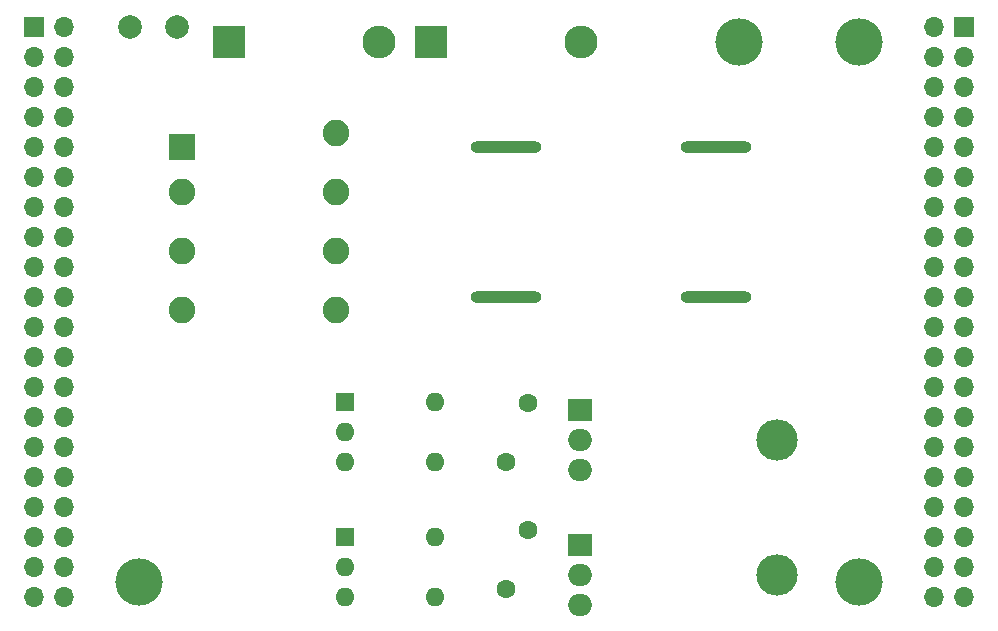
<source format=gbs>
G04 #@! TF.GenerationSoftware,KiCad,Pcbnew,(6.0.2)*
G04 #@! TF.CreationDate,2022-03-12T22:50:08+09:00*
G04 #@! TF.ProjectId,ACBoard,4143426f-6172-4642-9e6b-696361645f70,rev?*
G04 #@! TF.SameCoordinates,Original*
G04 #@! TF.FileFunction,Soldermask,Bot*
G04 #@! TF.FilePolarity,Negative*
%FSLAX46Y46*%
G04 Gerber Fmt 4.6, Leading zero omitted, Abs format (unit mm)*
G04 Created by KiCad (PCBNEW (6.0.2)) date 2022-03-12 22:50:08*
%MOMM*%
%LPD*%
G01*
G04 APERTURE LIST*
%ADD10R,1.600000X1.600000*%
%ADD11O,1.600000X1.600000*%
%ADD12C,4.000000*%
%ADD13O,3.500000X3.500000*%
%ADD14R,2.000000X1.905000*%
%ADD15O,2.000000X1.905000*%
%ADD16O,6.000000X1.000000*%
%ADD17C,2.000000*%
%ADD18R,2.800000X2.800000*%
%ADD19O,2.800000X2.800000*%
%ADD20R,2.250000X2.250000*%
%ADD21C,2.250000*%
%ADD22C,1.600000*%
%ADD23R,1.700000X1.700000*%
%ADD24O,1.700000X1.700000*%
G04 APERTURE END LIST*
D10*
X185060000Y-50855000D03*
D11*
X185060000Y-53395000D03*
X185060000Y-55935000D03*
X192680000Y-55935000D03*
X192680000Y-50855000D03*
D12*
X218440000Y-20320000D03*
D13*
X221690000Y-54015000D03*
D14*
X205030000Y-51475000D03*
D15*
X205030000Y-54015000D03*
X205030000Y-56555000D03*
D16*
X198755000Y-41910000D03*
X198755000Y-29210000D03*
D13*
X221690000Y-65445000D03*
D14*
X205030000Y-62905000D03*
D15*
X205030000Y-65445000D03*
X205030000Y-67985000D03*
D17*
X166910000Y-19050000D03*
X170910000Y-19050000D03*
D18*
X192405000Y-20320000D03*
D19*
X205105000Y-20320000D03*
D16*
X216535000Y-41910000D03*
X216535000Y-29210000D03*
D10*
X185060000Y-62285000D03*
D11*
X185060000Y-64825000D03*
X185060000Y-67365000D03*
X192680000Y-67365000D03*
X192680000Y-62285000D03*
D20*
X171300000Y-29260000D03*
D21*
X171300000Y-33060000D03*
X171300000Y-38060000D03*
X171300000Y-43060000D03*
X184300000Y-43060000D03*
X184300000Y-38060000D03*
X184300000Y-33060000D03*
X184300000Y-28060000D03*
D22*
X198755000Y-55880000D03*
X200555000Y-50880000D03*
D12*
X228600000Y-20320000D03*
X228600000Y-66040000D03*
X167640000Y-66040000D03*
D22*
X198755000Y-66675000D03*
X200555000Y-61675000D03*
D23*
X237510000Y-19080000D03*
D24*
X234970000Y-19080000D03*
X237510000Y-21620000D03*
X234970000Y-21620000D03*
X237510000Y-24160000D03*
X234970000Y-24160000D03*
X237510000Y-26700000D03*
X234970000Y-26700000D03*
X237510000Y-29240000D03*
X234970000Y-29240000D03*
X237510000Y-31780000D03*
X234970000Y-31780000D03*
X237510000Y-34320000D03*
X234970000Y-34320000D03*
X237510000Y-36860000D03*
X234970000Y-36860000D03*
X237510000Y-39400000D03*
X234970000Y-39400000D03*
X237510000Y-41940000D03*
X234970000Y-41940000D03*
X237510000Y-44480000D03*
X234970000Y-44480000D03*
X237510000Y-47020000D03*
X234970000Y-47020000D03*
X237510000Y-49560000D03*
X234970000Y-49560000D03*
X237510000Y-52100000D03*
X234970000Y-52100000D03*
X237510000Y-54640000D03*
X234970000Y-54640000D03*
X237510000Y-57180000D03*
X234970000Y-57180000D03*
X237510000Y-59720000D03*
X234970000Y-59720000D03*
X237510000Y-62260000D03*
X234970000Y-62260000D03*
X237510000Y-64800000D03*
X234970000Y-64800000D03*
X237510000Y-67340000D03*
X234970000Y-67340000D03*
D23*
X158745000Y-19055000D03*
D24*
X161285000Y-19055000D03*
X158745000Y-21595000D03*
X161285000Y-21595000D03*
X158745000Y-24135000D03*
X161285000Y-24135000D03*
X158745000Y-26675000D03*
X161285000Y-26675000D03*
X158745000Y-29215000D03*
X161285000Y-29215000D03*
X158745000Y-31755000D03*
X161285000Y-31755000D03*
X158745000Y-34295000D03*
X161285000Y-34295000D03*
X158745000Y-36835000D03*
X161285000Y-36835000D03*
X158745000Y-39375000D03*
X161285000Y-39375000D03*
X158745000Y-41915000D03*
X161285000Y-41915000D03*
X158745000Y-44455000D03*
X161285000Y-44455000D03*
X158745000Y-46995000D03*
X161285000Y-46995000D03*
X158745000Y-49535000D03*
X161285000Y-49535000D03*
X158745000Y-52075000D03*
X161285000Y-52075000D03*
X158745000Y-54615000D03*
X161285000Y-54615000D03*
X158745000Y-57155000D03*
X161285000Y-57155000D03*
X158745000Y-59695000D03*
X161285000Y-59695000D03*
X158745000Y-62235000D03*
X161285000Y-62235000D03*
X158745000Y-64775000D03*
X161285000Y-64775000D03*
X158745000Y-67315000D03*
X161285000Y-67315000D03*
D18*
X175260000Y-20320000D03*
D19*
X187960000Y-20320000D03*
M02*

</source>
